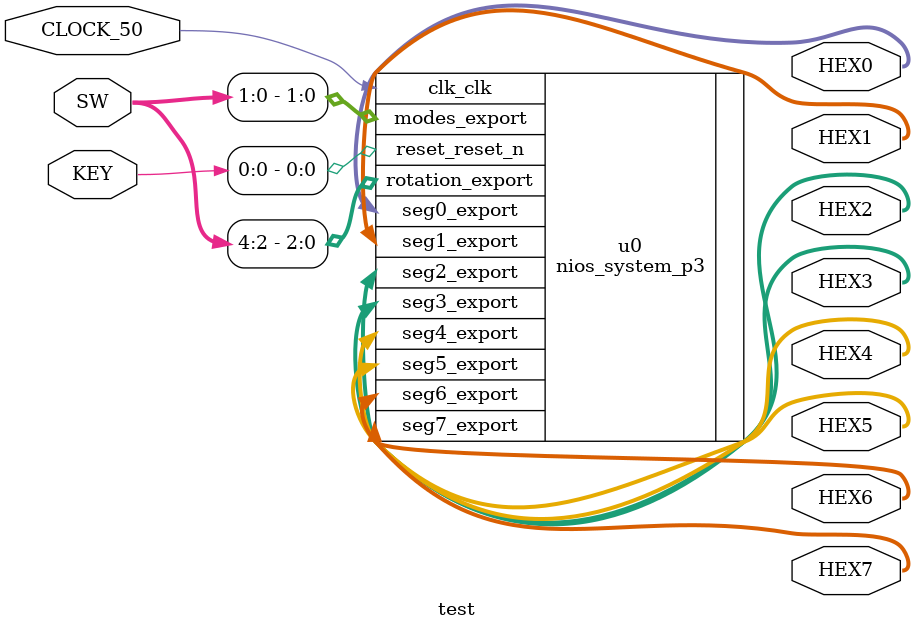
<source format=v>
module test (
	 
	input CLOCK_50, 		   
	input [3:0] KEY,			
	input [4:0] SW,
	output [7:0] HEX0,		// First 7-segment 
	output [7:0] HEX1,		// Second 7-segment 
	output [7:0] HEX2,		// Third 7-segment 
	output [7:0] HEX3,		// Fourth 7-segment 
	output [7:0] HEX4,		// Fifth 7-segment 
	output [7:0] HEX5,		// Sixth 7-segment 
	output [7:0] HEX6,		// Seventh 7-segment 
	output [7:0] HEX7			// Eight 7-segment 
	

	
);
	
	
	nios_system_p3 u0 (
		.clk_clk       (CLOCK_50),       //    clk.clk
		.rotation_export (SW[4:2]), // dinput.export
		.modes_export  (SW[1:0]),  //  modes.export
		.reset_reset_n (KEY[0]), //  reset.reset_n
		.seg0_export   (HEX0),   //   seg0.export
		.seg1_export   (HEX1),   //   seg1.export
		.seg2_export   (HEX2),   //   seg2.export
		.seg3_export   (HEX3),   //   seg3.export
		.seg4_export   (HEX4),    //   seg4.export
		.seg5_export   (HEX5),   //   seg7.export
		.seg6_export   (HEX6),   //   seg6.export
		.seg7_export   (HEX7)   //   seg5.export
		
	);

	
	endmodule 
</source>
